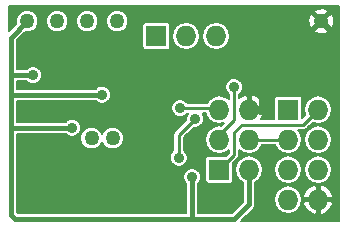
<source format=gbl>
%FSLAX46Y46*%
G04 Gerber Fmt 4.6, Leading zero omitted, Abs format (unit mm)*
G04 Created by KiCad (PCBNEW (2014-10-27 BZR 5228)-product) date 4/10/2015 6:23:41 PM*
%MOMM*%
G01*
G04 APERTURE LIST*
%ADD10C,0.100000*%
%ADD11C,1.270000*%
%ADD12R,1.727200X1.727200*%
%ADD13O,1.727200X1.727200*%
%ADD14C,0.889000*%
%ADD15C,0.254000*%
%ADD16C,0.406400*%
%ADD17C,0.127000*%
G04 APERTURE END LIST*
D10*
D11*
X1778000Y-1524000D03*
D12*
X12700000Y-2794000D03*
D13*
X15240000Y-2794000D03*
X17780000Y-2794000D03*
D12*
X23876000Y-9017000D03*
D13*
X26416000Y-9017000D03*
X23876000Y-11557000D03*
X26416000Y-11557000D03*
X23876000Y-14097000D03*
X26416000Y-14097000D03*
X23876000Y-16637000D03*
X26416000Y-16637000D03*
D11*
X4318000Y-1524000D03*
X6858000Y-1524000D03*
X9398000Y-1524000D03*
X26670000Y-1524000D03*
X9017000Y-11430000D03*
X7239000Y-11430000D03*
D12*
X18034000Y-14097000D03*
D13*
X20574000Y-14097000D03*
X18034000Y-11557000D03*
X20574000Y-11557000D03*
X18034000Y-9017000D03*
X20574000Y-9017000D03*
D14*
X14732000Y-8890000D03*
X19304000Y-7112000D03*
X8128000Y-7747000D03*
X15748000Y-14732000D03*
X5588000Y-10541000D03*
X2286000Y-6096000D03*
X11684000Y-14732000D03*
X21590000Y-9017000D03*
X18034000Y-16129000D03*
X5461000Y-9144000D03*
X2159000Y-14605000D03*
X8509000Y-6350000D03*
X14605000Y-13081000D03*
X16002000Y-9779000D03*
D15*
X18034000Y-9017000D02*
X17907000Y-8890000D01*
X17907000Y-8890000D02*
X14732000Y-8890000D01*
X23876000Y-11557000D02*
X20574000Y-11557000D01*
X25146000Y-10287000D02*
X19939000Y-10287000D01*
X19939000Y-10287000D02*
X19304000Y-10922000D01*
X19304000Y-10922000D02*
X19304000Y-12827000D01*
X19304000Y-12827000D02*
X18034000Y-14097000D01*
X26416000Y-9017000D02*
X25146000Y-10287000D01*
X18034000Y-11176000D02*
X18034000Y-11557000D01*
X19304000Y-7112000D02*
X19304000Y-9906000D01*
X19304000Y-9906000D02*
X18034000Y-11176000D01*
D16*
X1778000Y-1524000D02*
X381000Y-2921000D01*
X381000Y-3429000D02*
X381000Y-3937000D01*
X381000Y-3937000D02*
X381000Y-6096000D01*
X381000Y-2921000D02*
X381000Y-3429000D01*
X8128000Y-7747000D02*
X381000Y-7747000D01*
X381000Y-7747000D02*
X508000Y-7747000D01*
X508000Y-7747000D02*
X381000Y-7747000D01*
X381000Y-10795000D02*
X381000Y-17907000D01*
X381000Y-10541000D02*
X381000Y-10795000D01*
X381000Y-8128000D02*
X381000Y-10541000D01*
X381000Y-7747000D02*
X381000Y-8128000D01*
X381000Y-17907000D02*
X762000Y-18288000D01*
X15748000Y-18288000D02*
X19304000Y-18288000D01*
X762000Y-18288000D02*
X15748000Y-18288000D01*
X19304000Y-18288000D02*
X20574000Y-17018000D01*
X20574000Y-17018000D02*
X20574000Y-14224000D01*
X381000Y-6096000D02*
X381000Y-7747000D01*
X15748000Y-18288000D02*
X15748000Y-14732000D01*
X508000Y-10541000D02*
X381000Y-10541000D01*
X381000Y-10541000D02*
X508000Y-10541000D01*
X508000Y-10541000D02*
X5588000Y-10541000D01*
X508000Y-6096000D02*
X381000Y-6096000D01*
X381000Y-6096000D02*
X508000Y-6096000D01*
X2286000Y-6096000D02*
X381000Y-6096000D01*
X26670000Y-1524000D02*
X21590000Y-6604000D01*
X21590000Y-6604000D02*
X21590000Y-9017000D01*
D15*
X14605000Y-11176000D02*
X14605000Y-13081000D01*
X16002000Y-9779000D02*
X14605000Y-11176000D01*
D17*
G36*
X28207500Y-18428500D02*
X27764194Y-18428500D01*
X27764194Y-1643023D01*
X27726451Y-1215233D01*
X27635356Y-995307D01*
X27461474Y-930092D01*
X27263908Y-1127658D01*
X27263908Y-732526D01*
X27198693Y-558644D01*
X26789023Y-429806D01*
X26361233Y-467549D01*
X26141307Y-558644D01*
X26076092Y-732526D01*
X26670000Y-1326434D01*
X27263908Y-732526D01*
X27263908Y-1127658D01*
X26867566Y-1524000D01*
X27461474Y-2117908D01*
X27635356Y-2052693D01*
X27764194Y-1643023D01*
X27764194Y-18428500D01*
X27678764Y-18428500D01*
X27678764Y-16978444D01*
X27678764Y-16295556D01*
X27597100Y-16130905D01*
X27597100Y-14120139D01*
X27597100Y-14073861D01*
X27597100Y-11580139D01*
X27597100Y-11533861D01*
X27597100Y-9040139D01*
X27597100Y-8993861D01*
X27507194Y-8541874D01*
X27263908Y-8177769D01*
X27263908Y-2315474D01*
X26670000Y-1721566D01*
X26472434Y-1919132D01*
X26472434Y-1524000D01*
X25878526Y-930092D01*
X25704644Y-995307D01*
X25575806Y-1404977D01*
X25613549Y-1832767D01*
X25704644Y-2052693D01*
X25878526Y-2117908D01*
X26472434Y-1524000D01*
X26472434Y-1919132D01*
X26076092Y-2315474D01*
X26141307Y-2489356D01*
X26550977Y-2618194D01*
X26978767Y-2580451D01*
X27198693Y-2489356D01*
X27263908Y-2315474D01*
X27263908Y-8177769D01*
X27251164Y-8158697D01*
X26867987Y-7902667D01*
X26416000Y-7812761D01*
X25964013Y-7902667D01*
X25580836Y-8158697D01*
X25324806Y-8541874D01*
X25234900Y-8993861D01*
X25234900Y-9040139D01*
X25322723Y-9481658D01*
X25057100Y-9747282D01*
X25057100Y-8090245D01*
X25008763Y-7973550D01*
X24919449Y-7884236D01*
X24802754Y-7835900D01*
X24676445Y-7835900D01*
X22949245Y-7835900D01*
X22832550Y-7884237D01*
X22743236Y-7973551D01*
X22694900Y-8090246D01*
X22694900Y-8216555D01*
X22694900Y-9842500D01*
X21579267Y-9842500D01*
X21609977Y-9815692D01*
X21836764Y-9358444D01*
X21836764Y-8675556D01*
X21609977Y-8218308D01*
X21225472Y-7882654D01*
X20915442Y-7754248D01*
X20713700Y-7828205D01*
X20713700Y-8877300D01*
X21763506Y-8877300D01*
X21836764Y-8675556D01*
X21836764Y-9358444D01*
X21763506Y-9156700D01*
X20713700Y-9156700D01*
X20713700Y-9176700D01*
X20434300Y-9176700D01*
X20434300Y-9156700D01*
X20414300Y-9156700D01*
X20414300Y-8877300D01*
X20434300Y-8877300D01*
X20434300Y-7828205D01*
X20232558Y-7754248D01*
X19922528Y-7882654D01*
X19748500Y-8034571D01*
X19748500Y-7744965D01*
X19949615Y-7544202D01*
X20065867Y-7264236D01*
X20066132Y-6961094D01*
X19950368Y-6680926D01*
X19736202Y-6466385D01*
X19456236Y-6350133D01*
X19153094Y-6349868D01*
X18984239Y-6419638D01*
X18984239Y-2794000D01*
X18894333Y-2342013D01*
X18638303Y-1958836D01*
X18255126Y-1702806D01*
X17803139Y-1612900D01*
X17756861Y-1612900D01*
X17304874Y-1702806D01*
X16921697Y-1958836D01*
X16665667Y-2342013D01*
X16575761Y-2794000D01*
X16665667Y-3245987D01*
X16921697Y-3629164D01*
X17304874Y-3885194D01*
X17756861Y-3975100D01*
X17803139Y-3975100D01*
X18255126Y-3885194D01*
X18638303Y-3629164D01*
X18894333Y-3245987D01*
X18984239Y-2794000D01*
X18984239Y-6419638D01*
X18872926Y-6465632D01*
X18658385Y-6679798D01*
X18542133Y-6959764D01*
X18541868Y-7262906D01*
X18657632Y-7543074D01*
X18859500Y-7745295D01*
X18859500Y-8152239D01*
X18485987Y-7902667D01*
X18034000Y-7812761D01*
X17582013Y-7902667D01*
X17198836Y-8158697D01*
X17007200Y-8445500D01*
X16444239Y-8445500D01*
X16444239Y-2794000D01*
X16354333Y-2342013D01*
X16098303Y-1958836D01*
X15715126Y-1702806D01*
X15263139Y-1612900D01*
X15216861Y-1612900D01*
X14764874Y-1702806D01*
X14381697Y-1958836D01*
X14125667Y-2342013D01*
X14035761Y-2794000D01*
X14125667Y-3245987D01*
X14381697Y-3629164D01*
X14764874Y-3885194D01*
X15216861Y-3975100D01*
X15263139Y-3975100D01*
X15715126Y-3885194D01*
X16098303Y-3629164D01*
X16354333Y-3245987D01*
X16444239Y-2794000D01*
X16444239Y-8445500D01*
X15364965Y-8445500D01*
X15164202Y-8244385D01*
X14884236Y-8128133D01*
X14581094Y-8127868D01*
X14300926Y-8243632D01*
X14086385Y-8457798D01*
X13970133Y-8737764D01*
X13969868Y-9040906D01*
X14085632Y-9321074D01*
X14299798Y-9535615D01*
X14579764Y-9651867D01*
X14882906Y-9652132D01*
X15163074Y-9536368D01*
X15365295Y-9334500D01*
X15368704Y-9334500D01*
X15356385Y-9346798D01*
X15240133Y-9626764D01*
X15239883Y-9912498D01*
X14290691Y-10861691D01*
X14194336Y-11005897D01*
X14160500Y-11176000D01*
X14160500Y-12448034D01*
X13959385Y-12648798D01*
X13881100Y-12837329D01*
X13881100Y-3720754D01*
X13881100Y-3594445D01*
X13881100Y-1867245D01*
X13832763Y-1750550D01*
X13743449Y-1661236D01*
X13626754Y-1612900D01*
X13500445Y-1612900D01*
X11773245Y-1612900D01*
X11656550Y-1661237D01*
X11567236Y-1750551D01*
X11518900Y-1867246D01*
X11518900Y-1993555D01*
X11518900Y-3720755D01*
X11567237Y-3837450D01*
X11656551Y-3926764D01*
X11773246Y-3975100D01*
X11899555Y-3975100D01*
X13626755Y-3975100D01*
X13743450Y-3926763D01*
X13832764Y-3837449D01*
X13881100Y-3720754D01*
X13881100Y-12837329D01*
X13843133Y-12928764D01*
X13842868Y-13231906D01*
X13958632Y-13512074D01*
X14172798Y-13726615D01*
X14452764Y-13842867D01*
X14755906Y-13843132D01*
X15036074Y-13727368D01*
X15250615Y-13513202D01*
X15366867Y-13233236D01*
X15367132Y-12930094D01*
X15251368Y-12649926D01*
X15049500Y-12447704D01*
X15049500Y-11360118D01*
X15868734Y-10540883D01*
X16152906Y-10541132D01*
X16433074Y-10425368D01*
X16647615Y-10211202D01*
X16763867Y-9931236D01*
X16764132Y-9628094D01*
X16648368Y-9347926D01*
X16634965Y-9334500D01*
X16911452Y-9334500D01*
X16942806Y-9492126D01*
X17198836Y-9875303D01*
X17582013Y-10131333D01*
X18034000Y-10221239D01*
X18441125Y-10140256D01*
X18196331Y-10385050D01*
X18034000Y-10352761D01*
X17582013Y-10442667D01*
X17198836Y-10698697D01*
X16942806Y-11081874D01*
X16852900Y-11533861D01*
X16852900Y-11580139D01*
X16942806Y-12032126D01*
X17198836Y-12415303D01*
X17582013Y-12671333D01*
X18034000Y-12761239D01*
X18485987Y-12671333D01*
X18859500Y-12421760D01*
X18859500Y-12642882D01*
X18586482Y-12915900D01*
X17107245Y-12915900D01*
X16990550Y-12964237D01*
X16901236Y-13053551D01*
X16852900Y-13170246D01*
X16852900Y-13296555D01*
X16852900Y-15023755D01*
X16901237Y-15140450D01*
X16990551Y-15229764D01*
X17107246Y-15278100D01*
X17233555Y-15278100D01*
X18960755Y-15278100D01*
X19077450Y-15229763D01*
X19166764Y-15140449D01*
X19215100Y-15023754D01*
X19215100Y-14897445D01*
X19215100Y-13544518D01*
X19618309Y-13141309D01*
X19714664Y-12997103D01*
X19714664Y-12997102D01*
X19748500Y-12827000D01*
X19748500Y-12421760D01*
X20122013Y-12671333D01*
X20574000Y-12761239D01*
X21025987Y-12671333D01*
X21409164Y-12415303D01*
X21665194Y-12032126D01*
X21671285Y-12001500D01*
X22778714Y-12001500D01*
X22784806Y-12032126D01*
X23040836Y-12415303D01*
X23424013Y-12671333D01*
X23876000Y-12761239D01*
X24327987Y-12671333D01*
X24711164Y-12415303D01*
X24967194Y-12032126D01*
X25057100Y-11580139D01*
X25057100Y-11533861D01*
X24967194Y-11081874D01*
X24733082Y-10731500D01*
X25146000Y-10731500D01*
X25316102Y-10697664D01*
X25316103Y-10697664D01*
X25460309Y-10601309D01*
X25943794Y-10117823D01*
X25964013Y-10131333D01*
X26416000Y-10221239D01*
X26867987Y-10131333D01*
X27251164Y-9875303D01*
X27507194Y-9492126D01*
X27597100Y-9040139D01*
X27597100Y-11533861D01*
X27507194Y-11081874D01*
X27251164Y-10698697D01*
X26867987Y-10442667D01*
X26416000Y-10352761D01*
X25964013Y-10442667D01*
X25580836Y-10698697D01*
X25324806Y-11081874D01*
X25234900Y-11533861D01*
X25234900Y-11580139D01*
X25324806Y-12032126D01*
X25580836Y-12415303D01*
X25964013Y-12671333D01*
X26416000Y-12761239D01*
X26867987Y-12671333D01*
X27251164Y-12415303D01*
X27507194Y-12032126D01*
X27597100Y-11580139D01*
X27597100Y-14073861D01*
X27507194Y-13621874D01*
X27251164Y-13238697D01*
X26867987Y-12982667D01*
X26416000Y-12892761D01*
X25964013Y-12982667D01*
X25580836Y-13238697D01*
X25324806Y-13621874D01*
X25234900Y-14073861D01*
X25234900Y-14120139D01*
X25324806Y-14572126D01*
X25580836Y-14955303D01*
X25964013Y-15211333D01*
X26416000Y-15301239D01*
X26867987Y-15211333D01*
X27251164Y-14955303D01*
X27507194Y-14572126D01*
X27597100Y-14120139D01*
X27597100Y-16130905D01*
X27451977Y-15838308D01*
X27067472Y-15502654D01*
X26757442Y-15374248D01*
X26555700Y-15448205D01*
X26555700Y-16497300D01*
X27605506Y-16497300D01*
X27678764Y-16295556D01*
X27678764Y-16978444D01*
X27605506Y-16776700D01*
X26555700Y-16776700D01*
X26555700Y-17825795D01*
X26757442Y-17899752D01*
X27067472Y-17771346D01*
X27451977Y-17435692D01*
X27678764Y-16978444D01*
X27678764Y-18428500D01*
X26276300Y-18428500D01*
X26276300Y-17825795D01*
X26276300Y-16776700D01*
X26276300Y-16497300D01*
X26276300Y-15448205D01*
X26074558Y-15374248D01*
X25764528Y-15502654D01*
X25380023Y-15838308D01*
X25153236Y-16295556D01*
X25226494Y-16497300D01*
X26276300Y-16497300D01*
X26276300Y-16776700D01*
X25226494Y-16776700D01*
X25153236Y-16978444D01*
X25380023Y-17435692D01*
X25764528Y-17771346D01*
X26074558Y-17899752D01*
X26276300Y-17825795D01*
X26276300Y-18428500D01*
X25057100Y-18428500D01*
X25057100Y-16660139D01*
X25057100Y-16613861D01*
X25057100Y-14120139D01*
X25057100Y-14073861D01*
X24967194Y-13621874D01*
X24711164Y-13238697D01*
X24327987Y-12982667D01*
X23876000Y-12892761D01*
X23424013Y-12982667D01*
X23040836Y-13238697D01*
X22784806Y-13621874D01*
X22694900Y-14073861D01*
X22694900Y-14120139D01*
X22784806Y-14572126D01*
X23040836Y-14955303D01*
X23424013Y-15211333D01*
X23876000Y-15301239D01*
X24327987Y-15211333D01*
X24711164Y-14955303D01*
X24967194Y-14572126D01*
X25057100Y-14120139D01*
X25057100Y-16613861D01*
X24967194Y-16161874D01*
X24711164Y-15778697D01*
X24327987Y-15522667D01*
X23876000Y-15432761D01*
X23424013Y-15522667D01*
X23040836Y-15778697D01*
X22784806Y-16161874D01*
X22694900Y-16613861D01*
X22694900Y-16660139D01*
X22784806Y-17112126D01*
X23040836Y-17495303D01*
X23424013Y-17751333D01*
X23876000Y-17841239D01*
X24327987Y-17751333D01*
X24711164Y-17495303D01*
X24967194Y-17112126D01*
X25057100Y-16660139D01*
X25057100Y-18428500D01*
X19899881Y-18428500D01*
X20942187Y-17386193D01*
X20942190Y-17386191D01*
X20942191Y-17386191D01*
X21009853Y-17284926D01*
X21055064Y-17217264D01*
X21055064Y-17217263D01*
X21094700Y-17018000D01*
X21094701Y-17018000D01*
X21094700Y-17017994D01*
X21094700Y-15165420D01*
X21409164Y-14955303D01*
X21665194Y-14572126D01*
X21755100Y-14120139D01*
X21755100Y-14073861D01*
X21665194Y-13621874D01*
X21409164Y-13238697D01*
X21025987Y-12982667D01*
X20574000Y-12892761D01*
X20122013Y-12982667D01*
X19738836Y-13238697D01*
X19482806Y-13621874D01*
X19392900Y-14073861D01*
X19392900Y-14120139D01*
X19482806Y-14572126D01*
X19738836Y-14955303D01*
X20053300Y-15165420D01*
X20053300Y-16802318D01*
X19088318Y-17767300D01*
X16268700Y-17767300D01*
X16268700Y-15288898D01*
X16393615Y-15164202D01*
X16509867Y-14884236D01*
X16510132Y-14581094D01*
X16394368Y-14300926D01*
X16180202Y-14086385D01*
X15900236Y-13970133D01*
X15597094Y-13969868D01*
X15316926Y-14085632D01*
X15102385Y-14299798D01*
X14986133Y-14579764D01*
X14985868Y-14882906D01*
X15101632Y-15163074D01*
X15227300Y-15288962D01*
X15227300Y-17767300D01*
X10350665Y-17767300D01*
X10350665Y-1335367D01*
X10205961Y-985157D01*
X9938253Y-716980D01*
X9588295Y-571665D01*
X9209367Y-571335D01*
X8859157Y-716039D01*
X8590980Y-983747D01*
X8445665Y-1333705D01*
X8445335Y-1712633D01*
X8590039Y-2062843D01*
X8857747Y-2331020D01*
X9207705Y-2476335D01*
X9586633Y-2476665D01*
X9936843Y-2331961D01*
X10205020Y-2064253D01*
X10350335Y-1714295D01*
X10350665Y-1335367D01*
X10350665Y-17767300D01*
X9969665Y-17767300D01*
X9969665Y-11241367D01*
X9824961Y-10891157D01*
X9557253Y-10622980D01*
X9207295Y-10477665D01*
X8828367Y-10477335D01*
X8478157Y-10622039D01*
X8209980Y-10889747D01*
X8127977Y-11087231D01*
X8046961Y-10891157D01*
X7779253Y-10622980D01*
X7429295Y-10477665D01*
X7050367Y-10477335D01*
X6700157Y-10622039D01*
X6431980Y-10889747D01*
X6286665Y-11239705D01*
X6286335Y-11618633D01*
X6431039Y-11968843D01*
X6698747Y-12237020D01*
X7048705Y-12382335D01*
X7427633Y-12382665D01*
X7777843Y-12237961D01*
X8046020Y-11970253D01*
X8128022Y-11772768D01*
X8209039Y-11968843D01*
X8476747Y-12237020D01*
X8826705Y-12382335D01*
X9205633Y-12382665D01*
X9555843Y-12237961D01*
X9824020Y-11970253D01*
X9969335Y-11620295D01*
X9969665Y-11241367D01*
X9969665Y-17767300D01*
X977681Y-17767300D01*
X901700Y-17691318D01*
X901700Y-11061700D01*
X5031101Y-11061700D01*
X5155798Y-11186615D01*
X5435764Y-11302867D01*
X5738906Y-11303132D01*
X6019074Y-11187368D01*
X6233615Y-10973202D01*
X6349867Y-10693236D01*
X6350132Y-10390094D01*
X6234368Y-10109926D01*
X6020202Y-9895385D01*
X5740236Y-9779133D01*
X5437094Y-9778868D01*
X5156926Y-9894632D01*
X5031037Y-10020300D01*
X901700Y-10020300D01*
X901700Y-8267700D01*
X7571101Y-8267700D01*
X7695798Y-8392615D01*
X7975764Y-8508867D01*
X8278906Y-8509132D01*
X8559074Y-8393368D01*
X8773615Y-8179202D01*
X8889867Y-7899236D01*
X8890132Y-7596094D01*
X8774368Y-7315926D01*
X8560202Y-7101385D01*
X8280236Y-6985133D01*
X7977094Y-6984868D01*
X7810665Y-7053635D01*
X7810665Y-1335367D01*
X7665961Y-985157D01*
X7398253Y-716980D01*
X7048295Y-571665D01*
X6669367Y-571335D01*
X6319157Y-716039D01*
X6050980Y-983747D01*
X5905665Y-1333705D01*
X5905335Y-1712633D01*
X6050039Y-2062843D01*
X6317747Y-2331020D01*
X6667705Y-2476335D01*
X7046633Y-2476665D01*
X7396843Y-2331961D01*
X7665020Y-2064253D01*
X7810335Y-1714295D01*
X7810665Y-1335367D01*
X7810665Y-7053635D01*
X7696926Y-7100632D01*
X7571037Y-7226300D01*
X5270665Y-7226300D01*
X5270665Y-1335367D01*
X5125961Y-985157D01*
X4858253Y-716980D01*
X4508295Y-571665D01*
X4129367Y-571335D01*
X3779157Y-716039D01*
X3510980Y-983747D01*
X3365665Y-1333705D01*
X3365335Y-1712633D01*
X3510039Y-2062843D01*
X3777747Y-2331020D01*
X4127705Y-2476335D01*
X4506633Y-2476665D01*
X4856843Y-2331961D01*
X5125020Y-2064253D01*
X5270335Y-1714295D01*
X5270665Y-1335367D01*
X5270665Y-7226300D01*
X901700Y-7226300D01*
X901700Y-6616700D01*
X1729101Y-6616700D01*
X1853798Y-6741615D01*
X2133764Y-6857867D01*
X2436906Y-6858132D01*
X2717074Y-6742368D01*
X2931615Y-6528202D01*
X3047867Y-6248236D01*
X3048132Y-5945094D01*
X2932368Y-5664926D01*
X2718202Y-5450385D01*
X2438236Y-5334133D01*
X2135094Y-5333868D01*
X1854926Y-5449632D01*
X1729037Y-5575300D01*
X901700Y-5575300D01*
X901700Y-3937000D01*
X901700Y-3429000D01*
X901700Y-3136681D01*
X1569574Y-2468806D01*
X1587705Y-2476335D01*
X1966633Y-2476665D01*
X2316843Y-2331961D01*
X2585020Y-2064253D01*
X2730335Y-1714295D01*
X2730665Y-1335367D01*
X2585961Y-985157D01*
X2318253Y-716980D01*
X1968295Y-571665D01*
X1589367Y-571335D01*
X1239157Y-716039D01*
X970980Y-983747D01*
X825665Y-1333705D01*
X825335Y-1712633D01*
X833419Y-1732199D01*
X240500Y-2325118D01*
X240500Y-240500D01*
X13462000Y-240500D01*
X28207500Y-240500D01*
X28207500Y-18428500D01*
X28207500Y-18428500D01*
G37*
X28207500Y-18428500D02*
X27764194Y-18428500D01*
X27764194Y-1643023D01*
X27726451Y-1215233D01*
X27635356Y-995307D01*
X27461474Y-930092D01*
X27263908Y-1127658D01*
X27263908Y-732526D01*
X27198693Y-558644D01*
X26789023Y-429806D01*
X26361233Y-467549D01*
X26141307Y-558644D01*
X26076092Y-732526D01*
X26670000Y-1326434D01*
X27263908Y-732526D01*
X27263908Y-1127658D01*
X26867566Y-1524000D01*
X27461474Y-2117908D01*
X27635356Y-2052693D01*
X27764194Y-1643023D01*
X27764194Y-18428500D01*
X27678764Y-18428500D01*
X27678764Y-16978444D01*
X27678764Y-16295556D01*
X27597100Y-16130905D01*
X27597100Y-14120139D01*
X27597100Y-14073861D01*
X27597100Y-11580139D01*
X27597100Y-11533861D01*
X27597100Y-9040139D01*
X27597100Y-8993861D01*
X27507194Y-8541874D01*
X27263908Y-8177769D01*
X27263908Y-2315474D01*
X26670000Y-1721566D01*
X26472434Y-1919132D01*
X26472434Y-1524000D01*
X25878526Y-930092D01*
X25704644Y-995307D01*
X25575806Y-1404977D01*
X25613549Y-1832767D01*
X25704644Y-2052693D01*
X25878526Y-2117908D01*
X26472434Y-1524000D01*
X26472434Y-1919132D01*
X26076092Y-2315474D01*
X26141307Y-2489356D01*
X26550977Y-2618194D01*
X26978767Y-2580451D01*
X27198693Y-2489356D01*
X27263908Y-2315474D01*
X27263908Y-8177769D01*
X27251164Y-8158697D01*
X26867987Y-7902667D01*
X26416000Y-7812761D01*
X25964013Y-7902667D01*
X25580836Y-8158697D01*
X25324806Y-8541874D01*
X25234900Y-8993861D01*
X25234900Y-9040139D01*
X25322723Y-9481658D01*
X25057100Y-9747282D01*
X25057100Y-8090245D01*
X25008763Y-7973550D01*
X24919449Y-7884236D01*
X24802754Y-7835900D01*
X24676445Y-7835900D01*
X22949245Y-7835900D01*
X22832550Y-7884237D01*
X22743236Y-7973551D01*
X22694900Y-8090246D01*
X22694900Y-8216555D01*
X22694900Y-9842500D01*
X21579267Y-9842500D01*
X21609977Y-9815692D01*
X21836764Y-9358444D01*
X21836764Y-8675556D01*
X21609977Y-8218308D01*
X21225472Y-7882654D01*
X20915442Y-7754248D01*
X20713700Y-7828205D01*
X20713700Y-8877300D01*
X21763506Y-8877300D01*
X21836764Y-8675556D01*
X21836764Y-9358444D01*
X21763506Y-9156700D01*
X20713700Y-9156700D01*
X20713700Y-9176700D01*
X20434300Y-9176700D01*
X20434300Y-9156700D01*
X20414300Y-9156700D01*
X20414300Y-8877300D01*
X20434300Y-8877300D01*
X20434300Y-7828205D01*
X20232558Y-7754248D01*
X19922528Y-7882654D01*
X19748500Y-8034571D01*
X19748500Y-7744965D01*
X19949615Y-7544202D01*
X20065867Y-7264236D01*
X20066132Y-6961094D01*
X19950368Y-6680926D01*
X19736202Y-6466385D01*
X19456236Y-6350133D01*
X19153094Y-6349868D01*
X18984239Y-6419638D01*
X18984239Y-2794000D01*
X18894333Y-2342013D01*
X18638303Y-1958836D01*
X18255126Y-1702806D01*
X17803139Y-1612900D01*
X17756861Y-1612900D01*
X17304874Y-1702806D01*
X16921697Y-1958836D01*
X16665667Y-2342013D01*
X16575761Y-2794000D01*
X16665667Y-3245987D01*
X16921697Y-3629164D01*
X17304874Y-3885194D01*
X17756861Y-3975100D01*
X17803139Y-3975100D01*
X18255126Y-3885194D01*
X18638303Y-3629164D01*
X18894333Y-3245987D01*
X18984239Y-2794000D01*
X18984239Y-6419638D01*
X18872926Y-6465632D01*
X18658385Y-6679798D01*
X18542133Y-6959764D01*
X18541868Y-7262906D01*
X18657632Y-7543074D01*
X18859500Y-7745295D01*
X18859500Y-8152239D01*
X18485987Y-7902667D01*
X18034000Y-7812761D01*
X17582013Y-7902667D01*
X17198836Y-8158697D01*
X17007200Y-8445500D01*
X16444239Y-8445500D01*
X16444239Y-2794000D01*
X16354333Y-2342013D01*
X16098303Y-1958836D01*
X15715126Y-1702806D01*
X15263139Y-1612900D01*
X15216861Y-1612900D01*
X14764874Y-1702806D01*
X14381697Y-1958836D01*
X14125667Y-2342013D01*
X14035761Y-2794000D01*
X14125667Y-3245987D01*
X14381697Y-3629164D01*
X14764874Y-3885194D01*
X15216861Y-3975100D01*
X15263139Y-3975100D01*
X15715126Y-3885194D01*
X16098303Y-3629164D01*
X16354333Y-3245987D01*
X16444239Y-2794000D01*
X16444239Y-8445500D01*
X15364965Y-8445500D01*
X15164202Y-8244385D01*
X14884236Y-8128133D01*
X14581094Y-8127868D01*
X14300926Y-8243632D01*
X14086385Y-8457798D01*
X13970133Y-8737764D01*
X13969868Y-9040906D01*
X14085632Y-9321074D01*
X14299798Y-9535615D01*
X14579764Y-9651867D01*
X14882906Y-9652132D01*
X15163074Y-9536368D01*
X15365295Y-9334500D01*
X15368704Y-9334500D01*
X15356385Y-9346798D01*
X15240133Y-9626764D01*
X15239883Y-9912498D01*
X14290691Y-10861691D01*
X14194336Y-11005897D01*
X14160500Y-11176000D01*
X14160500Y-12448034D01*
X13959385Y-12648798D01*
X13881100Y-12837329D01*
X13881100Y-3720754D01*
X13881100Y-3594445D01*
X13881100Y-1867245D01*
X13832763Y-1750550D01*
X13743449Y-1661236D01*
X13626754Y-1612900D01*
X13500445Y-1612900D01*
X11773245Y-1612900D01*
X11656550Y-1661237D01*
X11567236Y-1750551D01*
X11518900Y-1867246D01*
X11518900Y-1993555D01*
X11518900Y-3720755D01*
X11567237Y-3837450D01*
X11656551Y-3926764D01*
X11773246Y-3975100D01*
X11899555Y-3975100D01*
X13626755Y-3975100D01*
X13743450Y-3926763D01*
X13832764Y-3837449D01*
X13881100Y-3720754D01*
X13881100Y-12837329D01*
X13843133Y-12928764D01*
X13842868Y-13231906D01*
X13958632Y-13512074D01*
X14172798Y-13726615D01*
X14452764Y-13842867D01*
X14755906Y-13843132D01*
X15036074Y-13727368D01*
X15250615Y-13513202D01*
X15366867Y-13233236D01*
X15367132Y-12930094D01*
X15251368Y-12649926D01*
X15049500Y-12447704D01*
X15049500Y-11360118D01*
X15868734Y-10540883D01*
X16152906Y-10541132D01*
X16433074Y-10425368D01*
X16647615Y-10211202D01*
X16763867Y-9931236D01*
X16764132Y-9628094D01*
X16648368Y-9347926D01*
X16634965Y-9334500D01*
X16911452Y-9334500D01*
X16942806Y-9492126D01*
X17198836Y-9875303D01*
X17582013Y-10131333D01*
X18034000Y-10221239D01*
X18441125Y-10140256D01*
X18196331Y-10385050D01*
X18034000Y-10352761D01*
X17582013Y-10442667D01*
X17198836Y-10698697D01*
X16942806Y-11081874D01*
X16852900Y-11533861D01*
X16852900Y-11580139D01*
X16942806Y-12032126D01*
X17198836Y-12415303D01*
X17582013Y-12671333D01*
X18034000Y-12761239D01*
X18485987Y-12671333D01*
X18859500Y-12421760D01*
X18859500Y-12642882D01*
X18586482Y-12915900D01*
X17107245Y-12915900D01*
X16990550Y-12964237D01*
X16901236Y-13053551D01*
X16852900Y-13170246D01*
X16852900Y-13296555D01*
X16852900Y-15023755D01*
X16901237Y-15140450D01*
X16990551Y-15229764D01*
X17107246Y-15278100D01*
X17233555Y-15278100D01*
X18960755Y-15278100D01*
X19077450Y-15229763D01*
X19166764Y-15140449D01*
X19215100Y-15023754D01*
X19215100Y-14897445D01*
X19215100Y-13544518D01*
X19618309Y-13141309D01*
X19714664Y-12997103D01*
X19714664Y-12997102D01*
X19748500Y-12827000D01*
X19748500Y-12421760D01*
X20122013Y-12671333D01*
X20574000Y-12761239D01*
X21025987Y-12671333D01*
X21409164Y-12415303D01*
X21665194Y-12032126D01*
X21671285Y-12001500D01*
X22778714Y-12001500D01*
X22784806Y-12032126D01*
X23040836Y-12415303D01*
X23424013Y-12671333D01*
X23876000Y-12761239D01*
X24327987Y-12671333D01*
X24711164Y-12415303D01*
X24967194Y-12032126D01*
X25057100Y-11580139D01*
X25057100Y-11533861D01*
X24967194Y-11081874D01*
X24733082Y-10731500D01*
X25146000Y-10731500D01*
X25316102Y-10697664D01*
X25316103Y-10697664D01*
X25460309Y-10601309D01*
X25943794Y-10117823D01*
X25964013Y-10131333D01*
X26416000Y-10221239D01*
X26867987Y-10131333D01*
X27251164Y-9875303D01*
X27507194Y-9492126D01*
X27597100Y-9040139D01*
X27597100Y-11533861D01*
X27507194Y-11081874D01*
X27251164Y-10698697D01*
X26867987Y-10442667D01*
X26416000Y-10352761D01*
X25964013Y-10442667D01*
X25580836Y-10698697D01*
X25324806Y-11081874D01*
X25234900Y-11533861D01*
X25234900Y-11580139D01*
X25324806Y-12032126D01*
X25580836Y-12415303D01*
X25964013Y-12671333D01*
X26416000Y-12761239D01*
X26867987Y-12671333D01*
X27251164Y-12415303D01*
X27507194Y-12032126D01*
X27597100Y-11580139D01*
X27597100Y-14073861D01*
X27507194Y-13621874D01*
X27251164Y-13238697D01*
X26867987Y-12982667D01*
X26416000Y-12892761D01*
X25964013Y-12982667D01*
X25580836Y-13238697D01*
X25324806Y-13621874D01*
X25234900Y-14073861D01*
X25234900Y-14120139D01*
X25324806Y-14572126D01*
X25580836Y-14955303D01*
X25964013Y-15211333D01*
X26416000Y-15301239D01*
X26867987Y-15211333D01*
X27251164Y-14955303D01*
X27507194Y-14572126D01*
X27597100Y-14120139D01*
X27597100Y-16130905D01*
X27451977Y-15838308D01*
X27067472Y-15502654D01*
X26757442Y-15374248D01*
X26555700Y-15448205D01*
X26555700Y-16497300D01*
X27605506Y-16497300D01*
X27678764Y-16295556D01*
X27678764Y-16978444D01*
X27605506Y-16776700D01*
X26555700Y-16776700D01*
X26555700Y-17825795D01*
X26757442Y-17899752D01*
X27067472Y-17771346D01*
X27451977Y-17435692D01*
X27678764Y-16978444D01*
X27678764Y-18428500D01*
X26276300Y-18428500D01*
X26276300Y-17825795D01*
X26276300Y-16776700D01*
X26276300Y-16497300D01*
X26276300Y-15448205D01*
X26074558Y-15374248D01*
X25764528Y-15502654D01*
X25380023Y-15838308D01*
X25153236Y-16295556D01*
X25226494Y-16497300D01*
X26276300Y-16497300D01*
X26276300Y-16776700D01*
X25226494Y-16776700D01*
X25153236Y-16978444D01*
X25380023Y-17435692D01*
X25764528Y-17771346D01*
X26074558Y-17899752D01*
X26276300Y-17825795D01*
X26276300Y-18428500D01*
X25057100Y-18428500D01*
X25057100Y-16660139D01*
X25057100Y-16613861D01*
X25057100Y-14120139D01*
X25057100Y-14073861D01*
X24967194Y-13621874D01*
X24711164Y-13238697D01*
X24327987Y-12982667D01*
X23876000Y-12892761D01*
X23424013Y-12982667D01*
X23040836Y-13238697D01*
X22784806Y-13621874D01*
X22694900Y-14073861D01*
X22694900Y-14120139D01*
X22784806Y-14572126D01*
X23040836Y-14955303D01*
X23424013Y-15211333D01*
X23876000Y-15301239D01*
X24327987Y-15211333D01*
X24711164Y-14955303D01*
X24967194Y-14572126D01*
X25057100Y-14120139D01*
X25057100Y-16613861D01*
X24967194Y-16161874D01*
X24711164Y-15778697D01*
X24327987Y-15522667D01*
X23876000Y-15432761D01*
X23424013Y-15522667D01*
X23040836Y-15778697D01*
X22784806Y-16161874D01*
X22694900Y-16613861D01*
X22694900Y-16660139D01*
X22784806Y-17112126D01*
X23040836Y-17495303D01*
X23424013Y-17751333D01*
X23876000Y-17841239D01*
X24327987Y-17751333D01*
X24711164Y-17495303D01*
X24967194Y-17112126D01*
X25057100Y-16660139D01*
X25057100Y-18428500D01*
X19899881Y-18428500D01*
X20942187Y-17386193D01*
X20942190Y-17386191D01*
X20942191Y-17386191D01*
X21009853Y-17284926D01*
X21055064Y-17217264D01*
X21055064Y-17217263D01*
X21094700Y-17018000D01*
X21094701Y-17018000D01*
X21094700Y-17017994D01*
X21094700Y-15165420D01*
X21409164Y-14955303D01*
X21665194Y-14572126D01*
X21755100Y-14120139D01*
X21755100Y-14073861D01*
X21665194Y-13621874D01*
X21409164Y-13238697D01*
X21025987Y-12982667D01*
X20574000Y-12892761D01*
X20122013Y-12982667D01*
X19738836Y-13238697D01*
X19482806Y-13621874D01*
X19392900Y-14073861D01*
X19392900Y-14120139D01*
X19482806Y-14572126D01*
X19738836Y-14955303D01*
X20053300Y-15165420D01*
X20053300Y-16802318D01*
X19088318Y-17767300D01*
X16268700Y-17767300D01*
X16268700Y-15288898D01*
X16393615Y-15164202D01*
X16509867Y-14884236D01*
X16510132Y-14581094D01*
X16394368Y-14300926D01*
X16180202Y-14086385D01*
X15900236Y-13970133D01*
X15597094Y-13969868D01*
X15316926Y-14085632D01*
X15102385Y-14299798D01*
X14986133Y-14579764D01*
X14985868Y-14882906D01*
X15101632Y-15163074D01*
X15227300Y-15288962D01*
X15227300Y-17767300D01*
X10350665Y-17767300D01*
X10350665Y-1335367D01*
X10205961Y-985157D01*
X9938253Y-716980D01*
X9588295Y-571665D01*
X9209367Y-571335D01*
X8859157Y-716039D01*
X8590980Y-983747D01*
X8445665Y-1333705D01*
X8445335Y-1712633D01*
X8590039Y-2062843D01*
X8857747Y-2331020D01*
X9207705Y-2476335D01*
X9586633Y-2476665D01*
X9936843Y-2331961D01*
X10205020Y-2064253D01*
X10350335Y-1714295D01*
X10350665Y-1335367D01*
X10350665Y-17767300D01*
X9969665Y-17767300D01*
X9969665Y-11241367D01*
X9824961Y-10891157D01*
X9557253Y-10622980D01*
X9207295Y-10477665D01*
X8828367Y-10477335D01*
X8478157Y-10622039D01*
X8209980Y-10889747D01*
X8127977Y-11087231D01*
X8046961Y-10891157D01*
X7779253Y-10622980D01*
X7429295Y-10477665D01*
X7050367Y-10477335D01*
X6700157Y-10622039D01*
X6431980Y-10889747D01*
X6286665Y-11239705D01*
X6286335Y-11618633D01*
X6431039Y-11968843D01*
X6698747Y-12237020D01*
X7048705Y-12382335D01*
X7427633Y-12382665D01*
X7777843Y-12237961D01*
X8046020Y-11970253D01*
X8128022Y-11772768D01*
X8209039Y-11968843D01*
X8476747Y-12237020D01*
X8826705Y-12382335D01*
X9205633Y-12382665D01*
X9555843Y-12237961D01*
X9824020Y-11970253D01*
X9969335Y-11620295D01*
X9969665Y-11241367D01*
X9969665Y-17767300D01*
X977681Y-17767300D01*
X901700Y-17691318D01*
X901700Y-11061700D01*
X5031101Y-11061700D01*
X5155798Y-11186615D01*
X5435764Y-11302867D01*
X5738906Y-11303132D01*
X6019074Y-11187368D01*
X6233615Y-10973202D01*
X6349867Y-10693236D01*
X6350132Y-10390094D01*
X6234368Y-10109926D01*
X6020202Y-9895385D01*
X5740236Y-9779133D01*
X5437094Y-9778868D01*
X5156926Y-9894632D01*
X5031037Y-10020300D01*
X901700Y-10020300D01*
X901700Y-8267700D01*
X7571101Y-8267700D01*
X7695798Y-8392615D01*
X7975764Y-8508867D01*
X8278906Y-8509132D01*
X8559074Y-8393368D01*
X8773615Y-8179202D01*
X8889867Y-7899236D01*
X8890132Y-7596094D01*
X8774368Y-7315926D01*
X8560202Y-7101385D01*
X8280236Y-6985133D01*
X7977094Y-6984868D01*
X7810665Y-7053635D01*
X7810665Y-1335367D01*
X7665961Y-985157D01*
X7398253Y-716980D01*
X7048295Y-571665D01*
X6669367Y-571335D01*
X6319157Y-716039D01*
X6050980Y-983747D01*
X5905665Y-1333705D01*
X5905335Y-1712633D01*
X6050039Y-2062843D01*
X6317747Y-2331020D01*
X6667705Y-2476335D01*
X7046633Y-2476665D01*
X7396843Y-2331961D01*
X7665020Y-2064253D01*
X7810335Y-1714295D01*
X7810665Y-1335367D01*
X7810665Y-7053635D01*
X7696926Y-7100632D01*
X7571037Y-7226300D01*
X5270665Y-7226300D01*
X5270665Y-1335367D01*
X5125961Y-985157D01*
X4858253Y-716980D01*
X4508295Y-571665D01*
X4129367Y-571335D01*
X3779157Y-716039D01*
X3510980Y-983747D01*
X3365665Y-1333705D01*
X3365335Y-1712633D01*
X3510039Y-2062843D01*
X3777747Y-2331020D01*
X4127705Y-2476335D01*
X4506633Y-2476665D01*
X4856843Y-2331961D01*
X5125020Y-2064253D01*
X5270335Y-1714295D01*
X5270665Y-1335367D01*
X5270665Y-7226300D01*
X901700Y-7226300D01*
X901700Y-6616700D01*
X1729101Y-6616700D01*
X1853798Y-6741615D01*
X2133764Y-6857867D01*
X2436906Y-6858132D01*
X2717074Y-6742368D01*
X2931615Y-6528202D01*
X3047867Y-6248236D01*
X3048132Y-5945094D01*
X2932368Y-5664926D01*
X2718202Y-5450385D01*
X2438236Y-5334133D01*
X2135094Y-5333868D01*
X1854926Y-5449632D01*
X1729037Y-5575300D01*
X901700Y-5575300D01*
X901700Y-3937000D01*
X901700Y-3429000D01*
X901700Y-3136681D01*
X1569574Y-2468806D01*
X1587705Y-2476335D01*
X1966633Y-2476665D01*
X2316843Y-2331961D01*
X2585020Y-2064253D01*
X2730335Y-1714295D01*
X2730665Y-1335367D01*
X2585961Y-985157D01*
X2318253Y-716980D01*
X1968295Y-571665D01*
X1589367Y-571335D01*
X1239157Y-716039D01*
X970980Y-983747D01*
X825665Y-1333705D01*
X825335Y-1712633D01*
X833419Y-1732199D01*
X240500Y-2325118D01*
X240500Y-240500D01*
X13462000Y-240500D01*
X28207500Y-240500D01*
X28207500Y-18428500D01*
M02*

</source>
